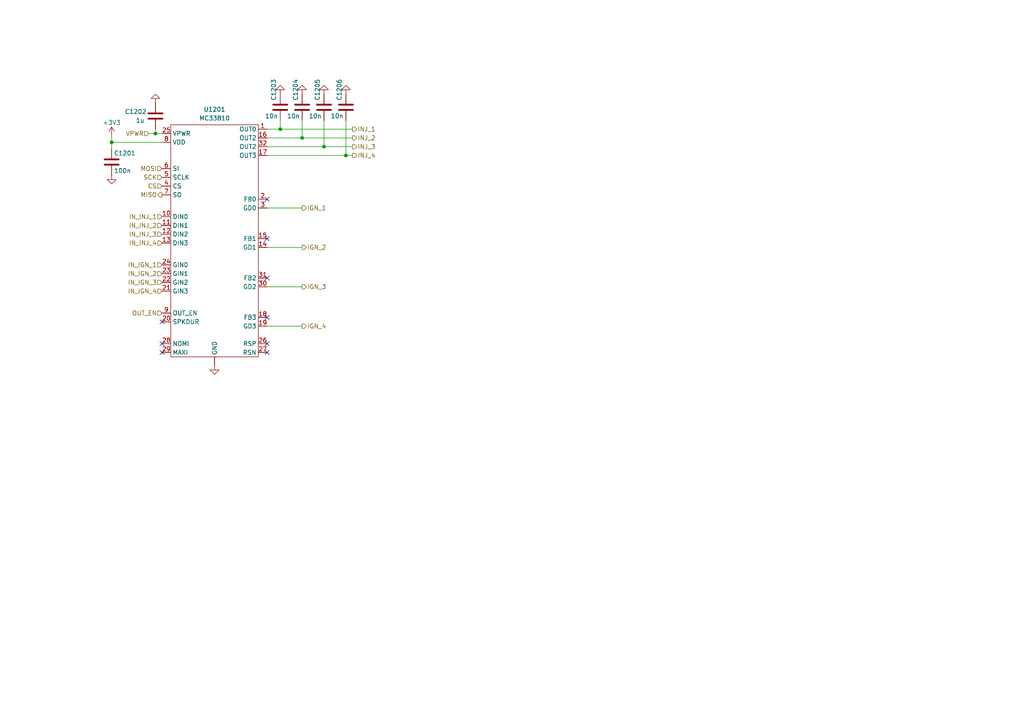
<source format=kicad_sch>
(kicad_sch (version 20210406) (generator eeschema)

  (uuid 9713cc3c-9251-43eb-ae36-47bfe5f99b3a)

  (paper "A4")

  (lib_symbols
    (symbol "Device:C" (pin_numbers hide) (pin_names (offset 0.254)) (in_bom yes) (on_board yes)
      (property "Reference" "C" (id 0) (at 0.635 2.54 0)
        (effects (font (size 1.27 1.27)) (justify left))
      )
      (property "Value" "C" (id 1) (at 0.635 -2.54 0)
        (effects (font (size 1.27 1.27)) (justify left))
      )
      (property "Footprint" "" (id 2) (at 0.9652 -3.81 0)
        (effects (font (size 1.27 1.27)) hide)
      )
      (property "Datasheet" "~" (id 3) (at 0 0 0)
        (effects (font (size 1.27 1.27)) hide)
      )
      (property "ki_keywords" "cap capacitor" (id 4) (at 0 0 0)
        (effects (font (size 1.27 1.27)) hide)
      )
      (property "ki_description" "Unpolarized capacitor" (id 5) (at 0 0 0)
        (effects (font (size 1.27 1.27)) hide)
      )
      (property "ki_fp_filters" "C_*" (id 6) (at 0 0 0)
        (effects (font (size 1.27 1.27)) hide)
      )
      (symbol "C_0_1"
        (polyline
          (pts
            (xy -2.032 -0.762)
            (xy 2.032 -0.762)
          )
          (stroke (width 0.508)) (fill (type none))
        )
        (polyline
          (pts
            (xy -2.032 0.762)
            (xy 2.032 0.762)
          )
          (stroke (width 0.508)) (fill (type none))
        )
      )
      (symbol "C_1_1"
        (pin passive line (at 0 3.81 270) (length 2.794)
          (name "~" (effects (font (size 1.27 1.27))))
          (number "1" (effects (font (size 1.27 1.27))))
        )
        (pin passive line (at 0 -3.81 90) (length 2.794)
          (name "~" (effects (font (size 1.27 1.27))))
          (number "2" (effects (font (size 1.27 1.27))))
        )
      )
    )
    (symbol "mc33810:MC33810" (in_bom yes) (on_board yes)
      (property "Reference" "U" (id 0) (at 3.81 16.51 0)
        (effects (font (size 1.27 1.27)))
      )
      (property "Value" "MC33810" (id 1) (at 0 12.7 0)
        (effects (font (size 1.27 1.27)))
      )
      (property "Footprint" "" (id 2) (at 0 0 0)
        (effects (font (size 1.27 1.27)) hide)
      )
      (property "Datasheet" "" (id 3) (at 0 0 0)
        (effects (font (size 1.27 1.27)) hide)
      )
      (symbol "MC33810_0_1"
        (rectangle (start -8.89 -57.15) (end 16.51 10.16)
          (stroke (width 0.1524)) (fill (type none))
        )
      )
      (symbol "MC33810_1_1"
        (pin output line (at 3.81 -59.69 90) (length 2.54)
          (name "GND" (effects (font (size 1.27 1.27))))
          (number "" (effects (font (size 1.27 1.27))))
        )
        (pin output line (at 19.05 8.89 180) (length 2.54)
          (name "OUT0" (effects (font (size 1.27 1.27))))
          (number "1" (effects (font (size 1.27 1.27))))
        )
        (pin input line (at -11.43 -16.51 0) (length 2.54)
          (name "DIN0" (effects (font (size 1.27 1.27))))
          (number "10" (effects (font (size 1.27 1.27))))
        )
        (pin input line (at -11.43 -19.05 0) (length 2.54)
          (name "DIN1" (effects (font (size 1.27 1.27))))
          (number "11" (effects (font (size 1.27 1.27))))
        )
        (pin input line (at -11.43 -21.59 0) (length 2.54)
          (name "DIN2" (effects (font (size 1.27 1.27))))
          (number "12" (effects (font (size 1.27 1.27))))
        )
        (pin input line (at -11.43 -24.13 0) (length 2.54)
          (name "DIN3" (effects (font (size 1.27 1.27))))
          (number "13" (effects (font (size 1.27 1.27))))
        )
        (pin output line (at 19.05 -25.4 180) (length 2.54)
          (name "GD1" (effects (font (size 1.27 1.27))))
          (number "14" (effects (font (size 1.27 1.27))))
        )
        (pin input line (at 19.05 -22.86 180) (length 2.54)
          (name "FB1" (effects (font (size 1.27 1.27))))
          (number "15" (effects (font (size 1.27 1.27))))
        )
        (pin output line (at 19.05 6.35 180) (length 2.54)
          (name "OUT2" (effects (font (size 1.27 1.27))))
          (number "16" (effects (font (size 1.27 1.27))))
        )
        (pin output line (at 19.05 1.27 180) (length 2.54)
          (name "OUT3" (effects (font (size 1.27 1.27))))
          (number "17" (effects (font (size 1.27 1.27))))
        )
        (pin input line (at 19.05 -45.72 180) (length 2.54)
          (name "FB3" (effects (font (size 1.27 1.27))))
          (number "18" (effects (font (size 1.27 1.27))))
        )
        (pin output line (at 19.05 -48.26 180) (length 2.54)
          (name "GD3" (effects (font (size 1.27 1.27))))
          (number "19" (effects (font (size 1.27 1.27))))
        )
        (pin input line (at 19.05 -11.43 180) (length 2.54)
          (name "FB0" (effects (font (size 1.27 1.27))))
          (number "2" (effects (font (size 1.27 1.27))))
        )
        (pin output line (at -11.43 -46.99 0) (length 2.54)
          (name "SPKDUR" (effects (font (size 1.27 1.27))))
          (number "20" (effects (font (size 1.27 1.27))))
        )
        (pin input line (at -11.43 -38.1 0) (length 2.54)
          (name "GIN3" (effects (font (size 1.27 1.27))))
          (number "21" (effects (font (size 1.27 1.27))))
        )
        (pin input line (at -11.43 -35.56 0) (length 2.54)
          (name "GIN2" (effects (font (size 1.27 1.27))))
          (number "22" (effects (font (size 1.27 1.27))))
        )
        (pin input line (at -11.43 -33.02 0) (length 2.54)
          (name "GIN1" (effects (font (size 1.27 1.27))))
          (number "23" (effects (font (size 1.27 1.27))))
        )
        (pin input line (at -11.43 -30.48 0) (length 2.54)
          (name "GIN0" (effects (font (size 1.27 1.27))))
          (number "24" (effects (font (size 1.27 1.27))))
        )
        (pin power_in line (at -11.43 7.62 0) (length 2.54)
          (name "VPWR" (effects (font (size 1.27 1.27))))
          (number "25" (effects (font (size 1.27 1.27))))
        )
        (pin output line (at 19.05 -53.34 180) (length 2.54)
          (name "RSP" (effects (font (size 1.27 1.27))))
          (number "26" (effects (font (size 1.27 1.27))))
        )
        (pin output line (at 19.05 -55.88 180) (length 2.54)
          (name "RSN" (effects (font (size 1.27 1.27))))
          (number "27" (effects (font (size 1.27 1.27))))
        )
        (pin output line (at -11.43 -53.34 0) (length 2.54)
          (name "NOMI" (effects (font (size 1.27 1.27))))
          (number "28" (effects (font (size 1.27 1.27))))
        )
        (pin output line (at -11.43 -55.88 0) (length 2.54)
          (name "MAXI" (effects (font (size 1.27 1.27))))
          (number "29" (effects (font (size 1.27 1.27))))
        )
        (pin output line (at 19.05 -13.97 180) (length 2.54)
          (name "GD0" (effects (font (size 1.27 1.27))))
          (number "3" (effects (font (size 1.27 1.27))))
        )
        (pin output line (at 19.05 -36.83 180) (length 2.54)
          (name "GD2" (effects (font (size 1.27 1.27))))
          (number "30" (effects (font (size 1.27 1.27))))
        )
        (pin input line (at 19.05 -34.29 180) (length 2.54)
          (name "FB2" (effects (font (size 1.27 1.27))))
          (number "31" (effects (font (size 1.27 1.27))))
        )
        (pin output line (at 19.05 3.81 180) (length 2.54)
          (name "OUT2" (effects (font (size 1.27 1.27))))
          (number "32" (effects (font (size 1.27 1.27))))
        )
        (pin input line (at -11.43 -7.62 0) (length 2.54)
          (name "CS" (effects (font (size 1.27 1.27))))
          (number "4" (effects (font (size 1.27 1.27))))
        )
        (pin input line (at -11.43 -5.08 0) (length 2.54)
          (name "SCLK" (effects (font (size 1.27 1.27))))
          (number "5" (effects (font (size 1.27 1.27))))
        )
        (pin input line (at -11.43 -2.54 0) (length 2.54)
          (name "SI" (effects (font (size 1.27 1.27))))
          (number "6" (effects (font (size 1.27 1.27))))
        )
        (pin output line (at -11.43 -10.16 0) (length 2.54)
          (name "SO" (effects (font (size 1.27 1.27))))
          (number "7" (effects (font (size 1.27 1.27))))
        )
        (pin power_in line (at -11.43 5.08 0) (length 2.54)
          (name "VDD" (effects (font (size 1.27 1.27))))
          (number "8" (effects (font (size 1.27 1.27))))
        )
        (pin input line (at -11.43 -44.45 0) (length 2.54)
          (name "OUT_EN" (effects (font (size 1.27 1.27))))
          (number "9" (effects (font (size 1.27 1.27))))
        )
      )
    )
    (symbol "power:+3.3V" (power) (pin_names (offset 0)) (in_bom yes) (on_board yes)
      (property "Reference" "#PWR" (id 0) (at 0 -3.81 0)
        (effects (font (size 1.27 1.27)) hide)
      )
      (property "Value" "+3.3V" (id 1) (at 0 3.556 0)
        (effects (font (size 1.27 1.27)))
      )
      (property "Footprint" "" (id 2) (at 0 0 0)
        (effects (font (size 1.27 1.27)) hide)
      )
      (property "Datasheet" "" (id 3) (at 0 0 0)
        (effects (font (size 1.27 1.27)) hide)
      )
      (property "ki_keywords" "power-flag" (id 4) (at 0 0 0)
        (effects (font (size 1.27 1.27)) hide)
      )
      (property "ki_description" "Power symbol creates a global label with name \"+3.3V\"" (id 5) (at 0 0 0)
        (effects (font (size 1.27 1.27)) hide)
      )
      (symbol "+3.3V_0_1"
        (polyline
          (pts
            (xy -0.762 1.27)
            (xy 0 2.54)
          )
          (stroke (width 0)) (fill (type none))
        )
        (polyline
          (pts
            (xy 0 0)
            (xy 0 2.54)
          )
          (stroke (width 0)) (fill (type none))
        )
        (polyline
          (pts
            (xy 0 2.54)
            (xy 0.762 1.27)
          )
          (stroke (width 0)) (fill (type none))
        )
      )
      (symbol "+3.3V_1_1"
        (pin power_in line (at 0 0 90) (length 0) hide
          (name "+3V3" (effects (font (size 1.27 1.27))))
          (number "1" (effects (font (size 1.27 1.27))))
        )
      )
    )
    (symbol "power:GND" (power) (pin_names (offset 0)) (in_bom yes) (on_board yes)
      (property "Reference" "#PWR" (id 0) (at 0 -6.35 0)
        (effects (font (size 1.27 1.27)) hide)
      )
      (property "Value" "GND" (id 1) (at 0 -3.81 0)
        (effects (font (size 1.27 1.27)))
      )
      (property "Footprint" "" (id 2) (at 0 0 0)
        (effects (font (size 1.27 1.27)) hide)
      )
      (property "Datasheet" "" (id 3) (at 0 0 0)
        (effects (font (size 1.27 1.27)) hide)
      )
      (property "ki_keywords" "power-flag" (id 4) (at 0 0 0)
        (effects (font (size 1.27 1.27)) hide)
      )
      (property "ki_description" "Power symbol creates a global label with name \"GND\" , ground" (id 5) (at 0 0 0)
        (effects (font (size 1.27 1.27)) hide)
      )
      (symbol "GND_0_1"
        (polyline
          (pts
            (xy 0 0)
            (xy 0 -1.27)
            (xy 1.27 -1.27)
            (xy 0 -2.54)
            (xy -1.27 -1.27)
            (xy 0 -1.27)
          )
          (stroke (width 0)) (fill (type none))
        )
      )
      (symbol "GND_1_1"
        (pin power_in line (at 0 0 270) (length 0) hide
          (name "GND" (effects (font (size 1.27 1.27))))
          (number "1" (effects (font (size 1.27 1.27))))
        )
      )
    )
  )

  (junction (at 32.385 41.275) (diameter 0.9144) (color 0 0 0 0))
  (junction (at 45.085 38.735) (diameter 0.9144) (color 0 0 0 0))
  (junction (at 81.28 37.465) (diameter 0.9144) (color 0 0 0 0))
  (junction (at 87.63 40.005) (diameter 0.9144) (color 0 0 0 0))
  (junction (at 93.98 42.545) (diameter 0.9144) (color 0 0 0 0))
  (junction (at 100.33 45.085) (diameter 0.9144) (color 0 0 0 0))

  (no_connect (at 46.99 93.345) (uuid e1d30c8d-8deb-4a68-b8bc-6b47f9800bbd))
  (no_connect (at 46.99 99.695) (uuid e1d30c8d-8deb-4a68-b8bc-6b47f9800bbd))
  (no_connect (at 46.99 102.235) (uuid e1d30c8d-8deb-4a68-b8bc-6b47f9800bbd))
  (no_connect (at 77.47 57.785) (uuid e1d30c8d-8deb-4a68-b8bc-6b47f9800bbd))
  (no_connect (at 77.47 69.215) (uuid e1d30c8d-8deb-4a68-b8bc-6b47f9800bbd))
  (no_connect (at 77.47 80.645) (uuid e1d30c8d-8deb-4a68-b8bc-6b47f9800bbd))
  (no_connect (at 77.47 92.075) (uuid e1d30c8d-8deb-4a68-b8bc-6b47f9800bbd))
  (no_connect (at 77.47 99.695) (uuid e1d30c8d-8deb-4a68-b8bc-6b47f9800bbd))
  (no_connect (at 77.47 102.235) (uuid e1d30c8d-8deb-4a68-b8bc-6b47f9800bbd))

  (wire (pts (xy 32.385 41.275) (xy 32.385 39.37))
    (stroke (width 0) (type solid) (color 0 0 0 0))
    (uuid e8d6d08a-7600-4bb9-89d6-5200e5a4f5f0)
  )
  (wire (pts (xy 32.385 41.275) (xy 32.385 43.18))
    (stroke (width 0) (type solid) (color 0 0 0 0))
    (uuid 01d60435-f42c-45ea-a4ad-b56219315a18)
  )
  (wire (pts (xy 43.18 38.735) (xy 45.085 38.735))
    (stroke (width 0) (type solid) (color 0 0 0 0))
    (uuid c42b9c3f-a66e-4670-b446-e083fa270a49)
  )
  (wire (pts (xy 45.085 37.465) (xy 45.085 38.735))
    (stroke (width 0) (type solid) (color 0 0 0 0))
    (uuid cde4ad4d-864c-4856-a7c3-8efd0cbb0558)
  )
  (wire (pts (xy 45.085 38.735) (xy 46.99 38.735))
    (stroke (width 0) (type solid) (color 0 0 0 0))
    (uuid cde4ad4d-864c-4856-a7c3-8efd0cbb0558)
  )
  (wire (pts (xy 46.99 41.275) (xy 32.385 41.275))
    (stroke (width 0) (type solid) (color 0 0 0 0))
    (uuid 01d60435-f42c-45ea-a4ad-b56219315a18)
  )
  (wire (pts (xy 77.47 37.465) (xy 81.28 37.465))
    (stroke (width 0) (type solid) (color 0 0 0 0))
    (uuid bbcb29a5-52c9-44ae-8f90-775498b14f3a)
  )
  (wire (pts (xy 77.47 40.005) (xy 87.63 40.005))
    (stroke (width 0) (type solid) (color 0 0 0 0))
    (uuid 04920799-eae5-42d9-bec3-45a8298d123a)
  )
  (wire (pts (xy 77.47 42.545) (xy 93.98 42.545))
    (stroke (width 0) (type solid) (color 0 0 0 0))
    (uuid 8d7ee170-cbee-420c-acfa-283f472a88ba)
  )
  (wire (pts (xy 77.47 45.085) (xy 100.33 45.085))
    (stroke (width 0) (type solid) (color 0 0 0 0))
    (uuid cdaf8cba-3387-4d37-b38e-435086a1ae03)
  )
  (wire (pts (xy 77.47 60.325) (xy 87.63 60.325))
    (stroke (width 0) (type solid) (color 0 0 0 0))
    (uuid 4e085a78-d257-4c05-87a0-3919fceb0727)
  )
  (wire (pts (xy 77.47 71.755) (xy 87.63 71.755))
    (stroke (width 0) (type solid) (color 0 0 0 0))
    (uuid 7b9f3168-bc60-457f-84c0-2a733b840bec)
  )
  (wire (pts (xy 77.47 83.185) (xy 87.63 83.185))
    (stroke (width 0) (type solid) (color 0 0 0 0))
    (uuid 0ffc40df-d32c-47af-ad1b-185639d66541)
  )
  (wire (pts (xy 77.47 94.615) (xy 87.63 94.615))
    (stroke (width 0) (type solid) (color 0 0 0 0))
    (uuid c2881431-b947-4216-8db1-5c0ad8e3a070)
  )
  (wire (pts (xy 81.28 34.925) (xy 81.28 37.465))
    (stroke (width 0) (type solid) (color 0 0 0 0))
    (uuid 920a19f9-6272-4921-b58f-9deeadaab92e)
  )
  (wire (pts (xy 81.28 37.465) (xy 102.235 37.465))
    (stroke (width 0) (type solid) (color 0 0 0 0))
    (uuid bbcb29a5-52c9-44ae-8f90-775498b14f3a)
  )
  (wire (pts (xy 87.63 34.925) (xy 87.63 40.005))
    (stroke (width 0) (type solid) (color 0 0 0 0))
    (uuid 0dd8c25c-4794-44b5-8c65-1affa9ca6159)
  )
  (wire (pts (xy 87.63 40.005) (xy 102.235 40.005))
    (stroke (width 0) (type solid) (color 0 0 0 0))
    (uuid 04920799-eae5-42d9-bec3-45a8298d123a)
  )
  (wire (pts (xy 93.98 34.925) (xy 93.98 42.545))
    (stroke (width 0) (type solid) (color 0 0 0 0))
    (uuid b501e836-f33e-4a1a-b99b-9d977bfa920e)
  )
  (wire (pts (xy 93.98 42.545) (xy 102.235 42.545))
    (stroke (width 0) (type solid) (color 0 0 0 0))
    (uuid 8d7ee170-cbee-420c-acfa-283f472a88ba)
  )
  (wire (pts (xy 100.33 34.925) (xy 100.33 45.085))
    (stroke (width 0) (type solid) (color 0 0 0 0))
    (uuid 38a311f3-43f5-4b7d-8cf8-5d8b348c229f)
  )
  (wire (pts (xy 100.33 45.085) (xy 102.235 45.085))
    (stroke (width 0) (type solid) (color 0 0 0 0))
    (uuid cdaf8cba-3387-4d37-b38e-435086a1ae03)
  )

  (hierarchical_label "VPWR" (shape input) (at 43.18 38.735 180)
    (effects (font (size 1.27 1.27)) (justify right))
    (uuid 4363d0f2-a242-4757-8c3d-19de0ae50af1)
  )
  (hierarchical_label "MOSI" (shape input) (at 46.99 48.895 180)
    (effects (font (size 1.27 1.27)) (justify right))
    (uuid 6ebc5577-1ec9-409c-b574-052cde088c26)
  )
  (hierarchical_label "SCK" (shape input) (at 46.99 51.435 180)
    (effects (font (size 1.27 1.27)) (justify right))
    (uuid a7d0a727-efb5-43c4-993a-e793139c0d47)
  )
  (hierarchical_label "CS" (shape input) (at 46.99 53.975 180)
    (effects (font (size 1.27 1.27)) (justify right))
    (uuid 670ce039-5f75-4bff-8807-339eaba45422)
  )
  (hierarchical_label "MISO" (shape output) (at 46.99 56.515 180)
    (effects (font (size 1.27 1.27)) (justify right))
    (uuid 913789bb-ab81-429d-9580-98c3b2ffdd69)
  )
  (hierarchical_label "IN_INJ_1" (shape input) (at 46.99 62.865 180)
    (effects (font (size 1.27 1.27)) (justify right))
    (uuid 001c34e7-156f-4fb1-95ec-dca6a2deabc8)
  )
  (hierarchical_label "IN_INJ_2" (shape input) (at 46.99 65.405 180)
    (effects (font (size 1.27 1.27)) (justify right))
    (uuid 5b4fb742-8949-4cfa-a3cc-756c17f3b4e8)
  )
  (hierarchical_label "IN_INJ_3" (shape input) (at 46.99 67.945 180)
    (effects (font (size 1.27 1.27)) (justify right))
    (uuid c1d1b3be-d58d-4607-80a0-9f2abb833396)
  )
  (hierarchical_label "IN_INJ_4" (shape input) (at 46.99 70.485 180)
    (effects (font (size 1.27 1.27)) (justify right))
    (uuid 4761a966-717b-4d42-9d30-0fabbbf2e35f)
  )
  (hierarchical_label "IN_IGN_1" (shape input) (at 46.99 76.835 180)
    (effects (font (size 1.27 1.27)) (justify right))
    (uuid ac8b8524-7589-415e-a5be-287de3b0bf30)
  )
  (hierarchical_label "IN_IGN_2" (shape input) (at 46.99 79.375 180)
    (effects (font (size 1.27 1.27)) (justify right))
    (uuid 294865cc-c446-446f-80a3-6a305379eabe)
  )
  (hierarchical_label "IN_IGN_3" (shape input) (at 46.99 81.915 180)
    (effects (font (size 1.27 1.27)) (justify right))
    (uuid 1db57a00-202c-40f7-829f-425f5f85748c)
  )
  (hierarchical_label "IN_IGN_4" (shape input) (at 46.99 84.455 180)
    (effects (font (size 1.27 1.27)) (justify right))
    (uuid f84a509c-c370-4652-9327-2f92d9aaaa7c)
  )
  (hierarchical_label "OUT_EN" (shape input) (at 46.99 90.805 180)
    (effects (font (size 1.27 1.27)) (justify right))
    (uuid ffe2c5fb-b5f5-4af4-8d63-9d3b7e544c1c)
  )
  (hierarchical_label "IGN_1" (shape output) (at 87.63 60.325 0)
    (effects (font (size 1.27 1.27)) (justify left))
    (uuid fe4c3075-8dce-4582-976d-b658c19140d8)
  )
  (hierarchical_label "IGN_2" (shape output) (at 87.63 71.755 0)
    (effects (font (size 1.27 1.27)) (justify left))
    (uuid a6460fe1-04c4-4848-9b64-78409af6fa0e)
  )
  (hierarchical_label "IGN_3" (shape output) (at 87.63 83.185 0)
    (effects (font (size 1.27 1.27)) (justify left))
    (uuid fa9bafbb-7545-4fce-a94f-fb8893c52bd4)
  )
  (hierarchical_label "IGN_4" (shape output) (at 87.63 94.615 0)
    (effects (font (size 1.27 1.27)) (justify left))
    (uuid 617b89d8-4076-45a9-8d32-f409179d6873)
  )
  (hierarchical_label "INJ_1" (shape output) (at 102.235 37.465 0)
    (effects (font (size 1.27 1.27)) (justify left))
    (uuid 312c0323-09ee-4d05-ae5d-8eaf13513dd2)
  )
  (hierarchical_label "INJ_2" (shape output) (at 102.235 40.005 0)
    (effects (font (size 1.27 1.27)) (justify left))
    (uuid 25a00f6e-a384-488a-9441-2eb73d87b999)
  )
  (hierarchical_label "INJ_3" (shape output) (at 102.235 42.545 0)
    (effects (font (size 1.27 1.27)) (justify left))
    (uuid 9815f3a6-5323-4d4e-8ae1-04779c6f864b)
  )
  (hierarchical_label "INJ_4" (shape output) (at 102.235 45.085 0)
    (effects (font (size 1.27 1.27)) (justify left))
    (uuid 42aea910-50e1-4333-bae9-37e325ae1929)
  )

  (symbol (lib_id "power:+3.3V") (at 32.385 39.37 0)
    (in_bom yes) (on_board yes) (fields_autoplaced)
    (uuid eed9daec-0313-4083-809f-48e65beb9a4f)
    (property "Reference" "#PWR01401" (id 0) (at 32.385 43.18 0)
      (effects (font (size 1.27 1.27)) hide)
    )
    (property "Value" "+3.3V" (id 1) (at 32.385 35.56 0))
    (property "Footprint" "" (id 2) (at 32.385 39.37 0)
      (effects (font (size 1.27 1.27)) hide)
    )
    (property "Datasheet" "" (id 3) (at 32.385 39.37 0)
      (effects (font (size 1.27 1.27)) hide)
    )
    (pin "1" (uuid eb001df5-d514-4154-b2db-6ca5b9f1afab))
  )

  (symbol (lib_id "power:GND") (at 32.385 50.8 0)
    (in_bom yes) (on_board yes) (fields_autoplaced)
    (uuid f3e5049d-c928-43aa-89c3-46c73a83eb41)
    (property "Reference" "#PWR01402" (id 0) (at 32.385 57.15 0)
      (effects (font (size 1.27 1.27)) hide)
    )
    (property "Value" "GND" (id 1) (at 32.385 55.245 0)
      (effects (font (size 1.27 1.27)) hide)
    )
    (property "Footprint" "" (id 2) (at 32.385 50.8 0)
      (effects (font (size 1.27 1.27)) hide)
    )
    (property "Datasheet" "" (id 3) (at 32.385 50.8 0)
      (effects (font (size 1.27 1.27)) hide)
    )
    (pin "1" (uuid c31dd358-c765-4668-a500-c185e9bb3154))
  )

  (symbol (lib_id "power:GND") (at 45.085 29.845 180)
    (in_bom yes) (on_board yes) (fields_autoplaced)
    (uuid 451f3c4d-8bcd-4f1f-88b9-9d0e30303d57)
    (property "Reference" "#PWR01403" (id 0) (at 45.085 23.495 0)
      (effects (font (size 1.27 1.27)) hide)
    )
    (property "Value" "GND" (id 1) (at 45.085 25.4 0)
      (effects (font (size 1.27 1.27)) hide)
    )
    (property "Footprint" "" (id 2) (at 45.085 29.845 0)
      (effects (font (size 1.27 1.27)) hide)
    )
    (property "Datasheet" "" (id 3) (at 45.085 29.845 0)
      (effects (font (size 1.27 1.27)) hide)
    )
    (pin "1" (uuid 83375ce0-1213-4fd6-9a1f-50f35f8a5a78))
  )

  (symbol (lib_id "power:GND") (at 62.23 106.045 0)
    (in_bom yes) (on_board yes) (fields_autoplaced)
    (uuid 58977fd9-fcac-420f-bae5-79f9fd74b318)
    (property "Reference" "#PWR01404" (id 0) (at 62.23 112.395 0)
      (effects (font (size 1.27 1.27)) hide)
    )
    (property "Value" "GND" (id 1) (at 62.23 110.49 0)
      (effects (font (size 1.27 1.27)) hide)
    )
    (property "Footprint" "" (id 2) (at 62.23 106.045 0)
      (effects (font (size 1.27 1.27)) hide)
    )
    (property "Datasheet" "" (id 3) (at 62.23 106.045 0)
      (effects (font (size 1.27 1.27)) hide)
    )
    (pin "1" (uuid 67e9f956-b82c-44ab-8229-fb95a8100208))
  )

  (symbol (lib_id "power:GND") (at 81.28 27.305 180)
    (in_bom yes) (on_board yes) (fields_autoplaced)
    (uuid cb08d269-134f-46d3-becf-68c96095361a)
    (property "Reference" "#PWR01405" (id 0) (at 81.28 20.955 0)
      (effects (font (size 1.27 1.27)) hide)
    )
    (property "Value" "GND" (id 1) (at 81.28 22.86 0)
      (effects (font (size 1.27 1.27)) hide)
    )
    (property "Footprint" "" (id 2) (at 81.28 27.305 0)
      (effects (font (size 1.27 1.27)) hide)
    )
    (property "Datasheet" "" (id 3) (at 81.28 27.305 0)
      (effects (font (size 1.27 1.27)) hide)
    )
    (pin "1" (uuid 75497551-c4ab-4209-b833-0dc648f80005))
  )

  (symbol (lib_id "power:GND") (at 87.63 27.305 180)
    (in_bom yes) (on_board yes) (fields_autoplaced)
    (uuid 7b71127c-6735-4fe0-9c2c-6df7149e701f)
    (property "Reference" "#PWR01406" (id 0) (at 87.63 20.955 0)
      (effects (font (size 1.27 1.27)) hide)
    )
    (property "Value" "GND" (id 1) (at 87.63 22.86 0)
      (effects (font (size 1.27 1.27)) hide)
    )
    (property "Footprint" "" (id 2) (at 87.63 27.305 0)
      (effects (font (size 1.27 1.27)) hide)
    )
    (property "Datasheet" "" (id 3) (at 87.63 27.305 0)
      (effects (font (size 1.27 1.27)) hide)
    )
    (pin "1" (uuid 9122196f-e2fe-4d4b-80b6-15074ec34943))
  )

  (symbol (lib_id "power:GND") (at 93.98 27.305 180)
    (in_bom yes) (on_board yes) (fields_autoplaced)
    (uuid 33c08abb-e333-4934-90b3-5fa5037cf8f5)
    (property "Reference" "#PWR01407" (id 0) (at 93.98 20.955 0)
      (effects (font (size 1.27 1.27)) hide)
    )
    (property "Value" "GND" (id 1) (at 93.98 22.86 0)
      (effects (font (size 1.27 1.27)) hide)
    )
    (property "Footprint" "" (id 2) (at 93.98 27.305 0)
      (effects (font (size 1.27 1.27)) hide)
    )
    (property "Datasheet" "" (id 3) (at 93.98 27.305 0)
      (effects (font (size 1.27 1.27)) hide)
    )
    (pin "1" (uuid 29b5a5a0-0efc-4a89-9a3c-c0f91280c227))
  )

  (symbol (lib_id "power:GND") (at 100.33 27.305 180)
    (in_bom yes) (on_board yes) (fields_autoplaced)
    (uuid f099a34a-9120-4e1c-8b82-6976a1a5e5bd)
    (property "Reference" "#PWR01408" (id 0) (at 100.33 20.955 0)
      (effects (font (size 1.27 1.27)) hide)
    )
    (property "Value" "GND" (id 1) (at 100.33 22.86 0)
      (effects (font (size 1.27 1.27)) hide)
    )
    (property "Footprint" "" (id 2) (at 100.33 27.305 0)
      (effects (font (size 1.27 1.27)) hide)
    )
    (property "Datasheet" "" (id 3) (at 100.33 27.305 0)
      (effects (font (size 1.27 1.27)) hide)
    )
    (pin "1" (uuid ecc60d6a-8f99-4af4-ab89-38bdc3e91fb7))
  )

  (symbol (lib_id "Device:C") (at 32.385 46.99 0)
    (in_bom yes) (on_board yes)
    (uuid 1c9c0bf3-324e-45c6-bb7f-2e9a2c55acc3)
    (property "Reference" "C1201" (id 0) (at 33.02 44.4499 0)
      (effects (font (size 1.27 1.27)) (justify left))
    )
    (property "Value" "100n" (id 1) (at 33.02 49.5299 0)
      (effects (font (size 1.27 1.27)) (justify left))
    )
    (property "Footprint" "Capacitor_SMD:C_0603_1608Metric" (id 2) (at 33.3502 50.8 0)
      (effects (font (size 1.27 1.27)) hide)
    )
    (property "Datasheet" "~" (id 3) (at 32.385 46.99 0)
      (effects (font (size 1.27 1.27)) hide)
    )
    (property "LCSC" "C14663" (id 4) (at 32.385 46.99 0)
      (effects (font (size 1.27 1.27)) hide)
    )
    (pin "1" (uuid 6a9df15b-da0b-4d63-a1bf-aa56eeae4d42))
    (pin "2" (uuid 8c85fa87-2cad-4fd8-a104-f142d6b34afb))
  )

  (symbol (lib_id "Device:C") (at 45.085 33.655 180)
    (in_bom yes) (on_board yes)
    (uuid 855bf696-c487-443f-98e7-80aa029416b5)
    (property "Reference" "C1202" (id 0) (at 36.195 32.3849 0)
      (effects (font (size 1.27 1.27)) (justify right))
    )
    (property "Value" "1u" (id 1) (at 39.37 34.9249 0)
      (effects (font (size 1.27 1.27)) (justify right))
    )
    (property "Footprint" "Capacitor_SMD:C_0603_1608Metric" (id 2) (at 44.1198 29.845 0)
      (effects (font (size 1.27 1.27)) hide)
    )
    (property "Datasheet" "~" (id 3) (at 45.085 33.655 0)
      (effects (font (size 1.27 1.27)) hide)
    )
    (property "LCSC" "C15849" (id 4) (at 45.085 33.655 0)
      (effects (font (size 1.27 1.27)) hide)
    )
    (pin "1" (uuid be8238f0-889a-4f97-80b1-f083b23eeafe))
    (pin "2" (uuid 75ef7e26-2859-4fac-9cc6-8c25b51d0320))
  )

  (symbol (lib_id "Device:C") (at 81.28 31.115 0)
    (in_bom yes) (on_board yes)
    (uuid 4918081d-f57a-4c79-a731-e1a80be4c731)
    (property "Reference" "C1203" (id 0) (at 79.375 29.2099 90)
      (effects (font (size 1.27 1.27)) (justify left))
    )
    (property "Value" "10n" (id 1) (at 76.835 33.6549 0)
      (effects (font (size 1.27 1.27)) (justify left))
    )
    (property "Footprint" "Capacitor_SMD:C_0603_1608Metric" (id 2) (at 82.2452 34.925 0)
      (effects (font (size 1.27 1.27)) hide)
    )
    (property "Datasheet" "~" (id 3) (at 81.28 31.115 0)
      (effects (font (size 1.27 1.27)) hide)
    )
    (property "LCSC" "C57112" (id 4) (at 81.28 31.115 0)
      (effects (font (size 1.27 1.27)) hide)
    )
    (pin "1" (uuid b363801e-de7c-43ca-83e8-7f50b3bd7aa8))
    (pin "2" (uuid 8c9532f7-d9e0-4ec3-9dc4-696cb8987e35))
  )

  (symbol (lib_id "Device:C") (at 87.63 31.115 0)
    (in_bom yes) (on_board yes)
    (uuid 30a8bfa0-d7c0-45e2-a75f-b2063bdbfd11)
    (property "Reference" "C1204" (id 0) (at 85.725 29.2099 90)
      (effects (font (size 1.27 1.27)) (justify left))
    )
    (property "Value" "10n" (id 1) (at 83.185 33.6549 0)
      (effects (font (size 1.27 1.27)) (justify left))
    )
    (property "Footprint" "Capacitor_SMD:C_0603_1608Metric" (id 2) (at 88.5952 34.925 0)
      (effects (font (size 1.27 1.27)) hide)
    )
    (property "Datasheet" "~" (id 3) (at 87.63 31.115 0)
      (effects (font (size 1.27 1.27)) hide)
    )
    (property "LCSC" "C57112" (id 4) (at 87.63 31.115 0)
      (effects (font (size 1.27 1.27)) hide)
    )
    (pin "1" (uuid a07eac51-4059-4806-a804-36441c4f0722))
    (pin "2" (uuid 02226dc6-3725-4d0a-8388-4d322b34b032))
  )

  (symbol (lib_id "Device:C") (at 93.98 31.115 0)
    (in_bom yes) (on_board yes)
    (uuid f51b097e-7e36-475e-b297-65e4a0ec9f85)
    (property "Reference" "C1205" (id 0) (at 92.075 29.2099 90)
      (effects (font (size 1.27 1.27)) (justify left))
    )
    (property "Value" "10n" (id 1) (at 89.535 33.6549 0)
      (effects (font (size 1.27 1.27)) (justify left))
    )
    (property "Footprint" "Capacitor_SMD:C_0603_1608Metric" (id 2) (at 94.9452 34.925 0)
      (effects (font (size 1.27 1.27)) hide)
    )
    (property "Datasheet" "~" (id 3) (at 93.98 31.115 0)
      (effects (font (size 1.27 1.27)) hide)
    )
    (property "LCSC" "C57112" (id 4) (at 93.98 31.115 0)
      (effects (font (size 1.27 1.27)) hide)
    )
    (pin "1" (uuid 8fd5c5b7-1344-4fdd-bcf7-0169236169c1))
    (pin "2" (uuid 57828a67-6a0f-4837-9119-67c3152ff1dd))
  )

  (symbol (lib_id "Device:C") (at 100.33 31.115 0)
    (in_bom yes) (on_board yes)
    (uuid b2c504f8-1d35-43a8-8631-bdd3b5f64526)
    (property "Reference" "C1206" (id 0) (at 98.425 29.2099 90)
      (effects (font (size 1.27 1.27)) (justify left))
    )
    (property "Value" "10n" (id 1) (at 95.885 33.6549 0)
      (effects (font (size 1.27 1.27)) (justify left))
    )
    (property "Footprint" "Capacitor_SMD:C_0603_1608Metric" (id 2) (at 101.2952 34.925 0)
      (effects (font (size 1.27 1.27)) hide)
    )
    (property "Datasheet" "~" (id 3) (at 100.33 31.115 0)
      (effects (font (size 1.27 1.27)) hide)
    )
    (property "LCSC" "C57112" (id 4) (at 100.33 31.115 0)
      (effects (font (size 1.27 1.27)) hide)
    )
    (pin "1" (uuid 00e9c949-d7d4-41b1-a10a-4b9fa2cd99bc))
    (pin "2" (uuid 88196ed6-e2bd-4e0c-93f4-c98168bbbdb4))
  )

  (symbol (lib_id "mc33810:MC33810") (at 58.42 46.355 0)
    (in_bom yes) (on_board yes) (fields_autoplaced)
    (uuid 777f5fc1-d318-4d38-8acc-8fff7e9d279e)
    (property "Reference" "U1201" (id 0) (at 62.23 31.75 0))
    (property "Value" "MC33810" (id 1) (at 62.23 34.29 0))
    (property "Footprint" "Package_SO:SOIC-8-1EP_3.9x4.9mm_P1.27mm_EP2.29x3mm" (id 2) (at 58.42 46.355 0)
      (effects (font (size 1.27 1.27)) hide)
    )
    (property "Datasheet" "" (id 3) (at 58.42 46.355 0)
      (effects (font (size 1.27 1.27)) hide)
    )
    (pin "" (uuid 66c1673d-4f01-401a-9154-0a0886f14141))
    (pin "1" (uuid b326ae1d-dbfa-4e17-8eba-c5c7653fba86))
    (pin "10" (uuid 0d319a86-beb4-447f-8f4e-87a163fa73b5))
    (pin "11" (uuid cf6c00f3-46b1-412a-afb9-695c768c2fd7))
    (pin "12" (uuid b52be7e0-c48a-4d62-bba9-d6d9eacb9b44))
    (pin "13" (uuid 354ea4b4-1ff7-4b3f-86c0-57f9c4310de2))
    (pin "14" (uuid dbbba929-3253-4539-9f84-074c94107385))
    (pin "15" (uuid dc2e0cb9-e95f-4809-bcd3-411c205481ca))
    (pin "16" (uuid 4b826fcb-148b-4ec1-bd13-480ccd7be01c))
    (pin "17" (uuid 1b1a68d9-584d-4ef9-9e50-93d0095715b2))
    (pin "18" (uuid 72a58708-3cac-464d-8918-bfc7990b536a))
    (pin "19" (uuid cd27ef7b-c265-4f27-b988-36a3c7d83f3a))
    (pin "2" (uuid 71a2204e-666d-4bd8-bbc0-addbdf78fbaa))
    (pin "20" (uuid 94f94a70-e609-4739-b568-a93e68b13b55))
    (pin "21" (uuid 3a44f9dc-edd9-4ef7-a26b-fa8a3717b4ac))
    (pin "22" (uuid ef06b535-9dcb-40b6-a815-4d3bfc50c93f))
    (pin "23" (uuid aa962161-c2a8-4da0-9c58-a00fe5a22c87))
    (pin "24" (uuid 29c4fcd6-8e39-4cef-8843-14f3a8e81ce6))
    (pin "25" (uuid 7e78b173-ddc9-40db-9a20-41c1907b398e))
    (pin "26" (uuid 9358a51c-1abd-47fe-a0fa-fe2d28f80939))
    (pin "27" (uuid 3997b27a-1b88-4065-8755-c5c06e298c9f))
    (pin "28" (uuid 67542843-4b5f-4e9e-a017-b8dc5e84f5e3))
    (pin "29" (uuid b52faa4f-7d78-43aa-a2ac-8239e320f870))
    (pin "3" (uuid ac34a27b-f35a-417e-baa2-fb397120afd4))
    (pin "30" (uuid 4ccced67-33c3-416f-9d7d-e3f233a326b6))
    (pin "31" (uuid a9eaadd3-ccc8-437f-b6af-bff64c969d54))
    (pin "32" (uuid 50493d8f-d9ad-4228-9004-33993399ffe2))
    (pin "4" (uuid 43b264af-62af-4bb2-a61b-f10414732941))
    (pin "5" (uuid ed900d91-f119-4581-a134-d6c419be52a8))
    (pin "6" (uuid 2937856a-9011-4386-929b-8cbf39462237))
    (pin "7" (uuid b09340ca-7d3d-46c0-9ac6-ec8d44ebbacb))
    (pin "8" (uuid 083063b1-ab71-49b2-bd35-54f0f3f7db92))
    (pin "9" (uuid 7594f9b6-dcc1-4585-a981-6dbf017257f1))
  )
)

</source>
